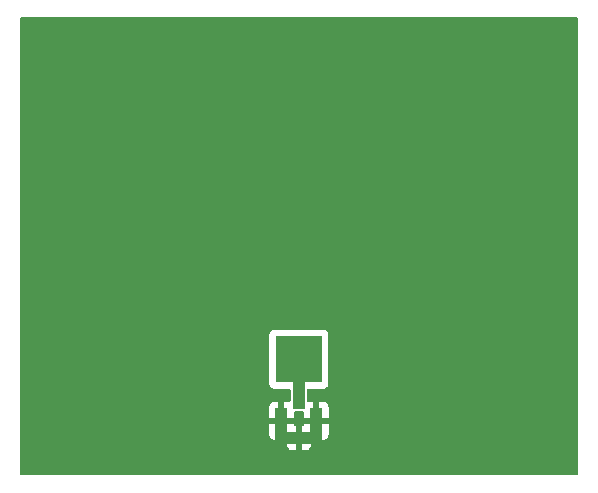
<source format=gbl>
G04 #@! TF.GenerationSoftware,KiCad,Pcbnew,6.0.2+dfsg-1*
G04 #@! TF.CreationDate,2022-08-15T17:06:06+10:00*
G04 #@! TF.ProjectId,patch-antenna,70617463-682d-4616-9e74-656e6e612e6b,1*
G04 #@! TF.SameCoordinates,Original*
G04 #@! TF.FileFunction,Copper,L2,Bot*
G04 #@! TF.FilePolarity,Positive*
%FSLAX46Y46*%
G04 Gerber Fmt 4.6, Leading zero omitted, Abs format (unit mm)*
G04 Created by KiCad (PCBNEW 6.0.2+dfsg-1) date 2022-08-15 17:06:06*
%MOMM*%
%LPD*%
G01*
G04 APERTURE LIST*
G04 #@! TA.AperFunction,ComponentPad*
%ADD10R,4.000000X4.000000*%
G04 #@! TD*
G04 #@! TA.AperFunction,SMDPad,CuDef*
%ADD11R,1.000000X1.000000*%
G04 #@! TD*
G04 #@! TA.AperFunction,SMDPad,CuDef*
%ADD12R,1.050000X2.200000*%
G04 #@! TD*
G04 #@! TA.AperFunction,Conductor*
%ADD13C,1.000000*%
G04 #@! TD*
G04 #@! TA.AperFunction,Conductor*
%ADD14C,0.250000*%
G04 #@! TD*
G04 APERTURE END LIST*
D10*
G04 #@! TO.P,AE1,1,A*
G04 #@! TO.N,Net-(AE1-Pad1)*
X129510000Y-102590000D03*
G04 #@! TD*
D11*
G04 #@! TO.P,J1,1,In*
G04 #@! TO.N,Net-(AE1-Pad1)*
X129510000Y-106300000D03*
D12*
G04 #@! TO.P,J1,2,Ext*
G04 #@! TO.N,GND*
X128035000Y-107800000D03*
X130985000Y-107800000D03*
D11*
X129510000Y-109300000D03*
G04 #@! TD*
D13*
G04 #@! TO.N,Net-(AE1-Pad1)*
X129510000Y-106300000D02*
X129510000Y-102590000D01*
D14*
G04 #@! TO.N,GND*
X128035000Y-109295000D02*
X128040000Y-109300000D01*
X130970000Y-109300000D02*
X130985000Y-109285000D01*
D13*
X129510000Y-109300000D02*
X130970000Y-109300000D01*
X128040000Y-109300000D02*
X129510000Y-109300000D01*
X128035000Y-107800000D02*
X128035000Y-109295000D01*
X130985000Y-109285000D02*
X130985000Y-107800000D01*
G04 #@! TD*
G04 #@! TA.AperFunction,Conductor*
G04 #@! TO.N,GND*
G36*
X153072121Y-73650002D02*
G01*
X153118614Y-73703658D01*
X153130000Y-73756000D01*
X153130000Y-112304000D01*
X153109998Y-112372121D01*
X153056342Y-112418614D01*
X153004000Y-112430000D01*
X106036000Y-112430000D01*
X105967879Y-112409998D01*
X105921386Y-112356342D01*
X105910000Y-112304000D01*
X105910000Y-108944669D01*
X127002001Y-108944669D01*
X127002371Y-108951490D01*
X127007895Y-109002352D01*
X127011521Y-109017604D01*
X127056676Y-109138054D01*
X127065214Y-109153649D01*
X127141715Y-109255724D01*
X127154276Y-109268285D01*
X127256351Y-109344786D01*
X127271946Y-109353324D01*
X127392394Y-109398478D01*
X127407649Y-109402105D01*
X127458514Y-109407631D01*
X127465328Y-109408000D01*
X127762885Y-109408000D01*
X127778124Y-109403525D01*
X127779329Y-109402135D01*
X127781000Y-109394452D01*
X127781000Y-109389884D01*
X128289000Y-109389884D01*
X128293475Y-109405123D01*
X128294865Y-109406328D01*
X128302548Y-109407999D01*
X128376001Y-109407999D01*
X128444122Y-109428001D01*
X128490615Y-109481657D01*
X128502001Y-109533999D01*
X128502001Y-109844669D01*
X128502371Y-109851490D01*
X128507895Y-109902352D01*
X128511521Y-109917604D01*
X128556676Y-110038054D01*
X128565214Y-110053649D01*
X128641715Y-110155724D01*
X128654276Y-110168285D01*
X128756351Y-110244786D01*
X128771946Y-110253324D01*
X128892394Y-110298478D01*
X128907649Y-110302105D01*
X128958514Y-110307631D01*
X128965328Y-110308000D01*
X129237885Y-110308000D01*
X129253124Y-110303525D01*
X129254329Y-110302135D01*
X129256000Y-110294452D01*
X129256000Y-110289884D01*
X129764000Y-110289884D01*
X129768475Y-110305123D01*
X129769865Y-110306328D01*
X129777548Y-110307999D01*
X130054669Y-110307999D01*
X130061490Y-110307629D01*
X130112352Y-110302105D01*
X130127604Y-110298479D01*
X130248054Y-110253324D01*
X130263649Y-110244786D01*
X130365724Y-110168285D01*
X130378285Y-110155724D01*
X130454786Y-110053649D01*
X130463324Y-110038054D01*
X130508478Y-109917606D01*
X130512105Y-109902351D01*
X130517631Y-109851486D01*
X130518000Y-109844672D01*
X130518000Y-109534000D01*
X130538002Y-109465879D01*
X130591658Y-109419386D01*
X130644000Y-109408000D01*
X130712885Y-109408000D01*
X130728124Y-109403525D01*
X130729329Y-109402135D01*
X130731000Y-109394452D01*
X130731000Y-109389884D01*
X131239000Y-109389884D01*
X131243475Y-109405123D01*
X131244865Y-109406328D01*
X131252548Y-109407999D01*
X131554669Y-109407999D01*
X131561490Y-109407629D01*
X131612352Y-109402105D01*
X131627604Y-109398479D01*
X131748054Y-109353324D01*
X131763649Y-109344786D01*
X131865724Y-109268285D01*
X131878285Y-109255724D01*
X131954786Y-109153649D01*
X131963324Y-109138054D01*
X132008478Y-109017606D01*
X132012105Y-109002351D01*
X132017631Y-108951486D01*
X132018000Y-108944672D01*
X132018000Y-108072115D01*
X132013525Y-108056876D01*
X132012135Y-108055671D01*
X132004452Y-108054000D01*
X131257115Y-108054000D01*
X131241876Y-108058475D01*
X131240671Y-108059865D01*
X131239000Y-108067548D01*
X131239000Y-109389884D01*
X130731000Y-109389884D01*
X130731000Y-108072115D01*
X130726525Y-108056876D01*
X130725135Y-108055671D01*
X130717452Y-108054000D01*
X129970116Y-108054000D01*
X129954877Y-108058475D01*
X129953672Y-108059865D01*
X129952001Y-108067548D01*
X129952001Y-108166000D01*
X129931999Y-108234121D01*
X129878343Y-108280614D01*
X129826001Y-108292000D01*
X129782115Y-108292000D01*
X129766876Y-108296475D01*
X129765671Y-108297865D01*
X129764000Y-108305548D01*
X129764000Y-110289884D01*
X129256000Y-110289884D01*
X129256000Y-108310116D01*
X129251525Y-108294877D01*
X129250135Y-108293672D01*
X129242452Y-108292001D01*
X129194000Y-108292001D01*
X129125879Y-108271999D01*
X129079386Y-108218343D01*
X129068000Y-108166001D01*
X129068000Y-108072115D01*
X129063525Y-108056876D01*
X129062135Y-108055671D01*
X129054452Y-108054000D01*
X128307115Y-108054000D01*
X128291876Y-108058475D01*
X128290671Y-108059865D01*
X128289000Y-108067548D01*
X128289000Y-109389884D01*
X127781000Y-109389884D01*
X127781000Y-108072115D01*
X127776525Y-108056876D01*
X127775135Y-108055671D01*
X127767452Y-108054000D01*
X127020116Y-108054000D01*
X127004877Y-108058475D01*
X127003672Y-108059865D01*
X127002001Y-108067548D01*
X127002001Y-108944669D01*
X105910000Y-108944669D01*
X105910000Y-107527885D01*
X127002000Y-107527885D01*
X127006475Y-107543124D01*
X127007865Y-107544329D01*
X127015548Y-107546000D01*
X127762885Y-107546000D01*
X127778124Y-107541525D01*
X127779329Y-107540135D01*
X127781000Y-107532452D01*
X127781000Y-106210116D01*
X127776525Y-106194877D01*
X127775135Y-106193672D01*
X127767452Y-106192001D01*
X127465331Y-106192001D01*
X127458510Y-106192371D01*
X127407648Y-106197895D01*
X127392396Y-106201521D01*
X127271946Y-106246676D01*
X127256351Y-106255214D01*
X127154276Y-106331715D01*
X127141715Y-106344276D01*
X127065214Y-106446351D01*
X127056676Y-106461946D01*
X127011522Y-106582394D01*
X127007895Y-106597649D01*
X127002369Y-106648514D01*
X127002000Y-106655328D01*
X127002000Y-107527885D01*
X105910000Y-107527885D01*
X105910000Y-100542623D01*
X127009500Y-100542623D01*
X127009501Y-104637376D01*
X127016149Y-104698580D01*
X127066474Y-104832824D01*
X127071854Y-104840003D01*
X127071856Y-104840006D01*
X127147072Y-104940365D01*
X127152454Y-104947546D01*
X127159635Y-104952928D01*
X127259994Y-105028144D01*
X127259997Y-105028146D01*
X127267176Y-105033526D01*
X127356561Y-105067034D01*
X127394025Y-105081079D01*
X127394027Y-105081079D01*
X127401420Y-105083851D01*
X127409270Y-105084704D01*
X127409271Y-105084704D01*
X127459217Y-105090130D01*
X127462623Y-105090500D01*
X128683500Y-105090500D01*
X128751621Y-105110502D01*
X128798114Y-105164158D01*
X128809500Y-105216500D01*
X128809500Y-106073451D01*
X128789498Y-106141572D01*
X128735842Y-106188065D01*
X128669892Y-106198714D01*
X128611486Y-106192369D01*
X128604672Y-106192000D01*
X128307115Y-106192000D01*
X128291876Y-106196475D01*
X128290671Y-106197865D01*
X128289000Y-106205548D01*
X128289000Y-107527885D01*
X128293475Y-107543124D01*
X128294865Y-107544329D01*
X128302548Y-107546000D01*
X129049885Y-107546000D01*
X129065124Y-107541525D01*
X129066329Y-107540135D01*
X129068000Y-107532452D01*
X129067999Y-107126500D01*
X129088001Y-107058380D01*
X129141656Y-107011886D01*
X129193999Y-107000500D01*
X129501281Y-107000500D01*
X129501941Y-107000502D01*
X129591105Y-107000969D01*
X129592609Y-107000608D01*
X129594481Y-107000500D01*
X129826000Y-107000500D01*
X129894121Y-107020502D01*
X129940614Y-107074158D01*
X129952000Y-107126500D01*
X129952001Y-107527885D01*
X129956476Y-107543124D01*
X129957866Y-107544329D01*
X129965549Y-107546000D01*
X130712885Y-107546000D01*
X130728124Y-107541525D01*
X130729329Y-107540135D01*
X130731000Y-107532452D01*
X130731000Y-107527885D01*
X131239000Y-107527885D01*
X131243475Y-107543124D01*
X131244865Y-107544329D01*
X131252548Y-107546000D01*
X131999884Y-107546000D01*
X132015123Y-107541525D01*
X132016328Y-107540135D01*
X132017999Y-107532452D01*
X132017999Y-106655331D01*
X132017629Y-106648510D01*
X132012105Y-106597648D01*
X132008479Y-106582396D01*
X131963324Y-106461946D01*
X131954786Y-106446351D01*
X131878285Y-106344276D01*
X131865724Y-106331715D01*
X131763649Y-106255214D01*
X131748054Y-106246676D01*
X131627606Y-106201522D01*
X131612351Y-106197895D01*
X131561486Y-106192369D01*
X131554672Y-106192000D01*
X131257115Y-106192000D01*
X131241876Y-106196475D01*
X131240671Y-106197865D01*
X131239000Y-106205548D01*
X131239000Y-107527885D01*
X130731000Y-107527885D01*
X130731000Y-106210116D01*
X130726525Y-106194877D01*
X130725135Y-106193672D01*
X130717452Y-106192001D01*
X130415331Y-106192001D01*
X130408510Y-106192371D01*
X130350105Y-106198714D01*
X130280223Y-106186185D01*
X130228208Y-106137863D01*
X130210500Y-106073451D01*
X130210500Y-105216499D01*
X130230502Y-105148378D01*
X130284158Y-105101885D01*
X130336500Y-105090499D01*
X131557376Y-105090499D01*
X131560770Y-105090130D01*
X131560776Y-105090130D01*
X131610722Y-105084705D01*
X131610726Y-105084704D01*
X131618580Y-105083851D01*
X131752824Y-105033526D01*
X131760003Y-105028146D01*
X131760006Y-105028144D01*
X131860365Y-104952928D01*
X131867546Y-104947546D01*
X131872928Y-104940365D01*
X131948144Y-104840006D01*
X131948146Y-104840003D01*
X131953526Y-104832824D01*
X132003851Y-104698580D01*
X132010500Y-104637377D01*
X132010499Y-100542624D01*
X132003851Y-100481420D01*
X131953526Y-100347176D01*
X131948146Y-100339997D01*
X131948144Y-100339994D01*
X131872928Y-100239635D01*
X131867546Y-100232454D01*
X131860365Y-100227072D01*
X131760006Y-100151856D01*
X131760003Y-100151854D01*
X131752824Y-100146474D01*
X131663439Y-100112966D01*
X131625975Y-100098921D01*
X131625973Y-100098921D01*
X131618580Y-100096149D01*
X131610730Y-100095296D01*
X131610729Y-100095296D01*
X131560774Y-100089869D01*
X131560773Y-100089869D01*
X131557377Y-100089500D01*
X129510300Y-100089500D01*
X127462624Y-100089501D01*
X127459230Y-100089870D01*
X127459224Y-100089870D01*
X127409278Y-100095295D01*
X127409274Y-100095296D01*
X127401420Y-100096149D01*
X127267176Y-100146474D01*
X127259997Y-100151854D01*
X127259994Y-100151856D01*
X127159635Y-100227072D01*
X127152454Y-100232454D01*
X127147072Y-100239635D01*
X127071856Y-100339994D01*
X127071854Y-100339997D01*
X127066474Y-100347176D01*
X127016149Y-100481420D01*
X127009500Y-100542623D01*
X105910000Y-100542623D01*
X105910000Y-73756000D01*
X105930002Y-73687879D01*
X105983658Y-73641386D01*
X106036000Y-73630000D01*
X153004000Y-73630000D01*
X153072121Y-73650002D01*
G37*
G04 #@! TD.AperFunction*
G04 #@! TD*
M02*

</source>
